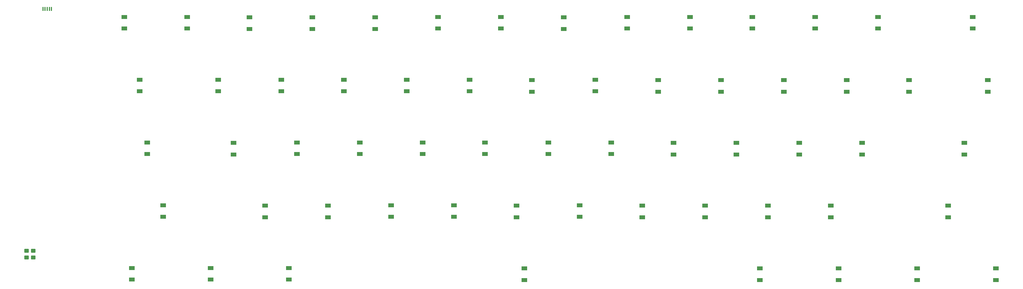
<source format=gbr>
%TF.GenerationSoftware,KiCad,Pcbnew,(6.0.7)*%
%TF.CreationDate,2022-09-03T19:18:48+08:00*%
%TF.ProjectId,Joker60_v2,4a6f6b65-7236-4305-9f76-322e6b696361,1.0*%
%TF.SameCoordinates,Original*%
%TF.FileFunction,Paste,Bot*%
%TF.FilePolarity,Positive*%
%FSLAX46Y46*%
G04 Gerber Fmt 4.6, Leading zero omitted, Abs format (unit mm)*
G04 Created by KiCad (PCBNEW (6.0.7)) date 2022-09-03 19:18:48*
%MOMM*%
%LPD*%
G01*
G04 APERTURE LIST*
G04 Aperture macros list*
%AMRoundRect*
0 Rectangle with rounded corners*
0 $1 Rounding radius*
0 $2 $3 $4 $5 $6 $7 $8 $9 X,Y pos of 4 corners*
0 Add a 4 corners polygon primitive as box body*
4,1,4,$2,$3,$4,$5,$6,$7,$8,$9,$2,$3,0*
0 Add four circle primitives for the rounded corners*
1,1,$1+$1,$2,$3*
1,1,$1+$1,$4,$5*
1,1,$1+$1,$6,$7*
1,1,$1+$1,$8,$9*
0 Add four rect primitives between the rounded corners*
20,1,$1+$1,$2,$3,$4,$5,0*
20,1,$1+$1,$4,$5,$6,$7,0*
20,1,$1+$1,$6,$7,$8,$9,0*
20,1,$1+$1,$8,$9,$2,$3,0*%
G04 Aperture macros list end*
%ADD10RoundRect,0.250000X0.450000X-0.350000X0.450000X0.350000X-0.450000X0.350000X-0.450000X-0.350000X0*%
%ADD11RoundRect,0.250000X-0.450000X0.350000X-0.450000X-0.350000X0.450000X-0.350000X0.450000X0.350000X0*%
%ADD12R,1.700000X1.300000*%
%ADD13R,0.450000X1.300000*%
G04 APERTURE END LIST*
D10*
%TO.C,R13*%
X54483000Y-222107000D03*
X54483000Y-220107000D03*
%TD*%
D11*
%TO.C,R11*%
X56515000Y-222107000D03*
X56515000Y-220107000D03*
%TD*%
D12*
%TO.C,D32*%
X241046000Y-206403000D03*
X241046000Y-209903000D03*
%TD*%
%TO.C,D14*%
X188722000Y-168176000D03*
X188722000Y-171676000D03*
%TD*%
%TO.C,D51*%
X345821000Y-168303000D03*
X345821000Y-171803000D03*
%TD*%
%TO.C,D61*%
X307721000Y-187353000D03*
X307721000Y-190853000D03*
%TD*%
%TO.C,D28*%
X164973000Y-206276000D03*
X164973000Y-209776000D03*
%TD*%
%TO.C,D56*%
X245872000Y-168303000D03*
X245872000Y-171803000D03*
%TD*%
%TO.C,D58*%
X298196000Y-206403000D03*
X298196000Y-209903000D03*
%TD*%
%TO.C,D21*%
X174498000Y-187226000D03*
X174498000Y-190726000D03*
%TD*%
%TO.C,D47*%
X300609000Y-225453000D03*
X300609000Y-228953000D03*
%TD*%
%TO.C,D52*%
X321945000Y-168303000D03*
X321945000Y-171803000D03*
%TD*%
%TO.C,D26*%
X126746000Y-206403000D03*
X126746000Y-209903000D03*
%TD*%
%TO.C,D8*%
X217297000Y-149253000D03*
X217297000Y-152753000D03*
%TD*%
%TO.C,D24*%
X231648000Y-187226000D03*
X231648000Y-190726000D03*
%TD*%
%TO.C,D5*%
X160147000Y-149253000D03*
X160147000Y-152753000D03*
%TD*%
%TO.C,D55*%
X264922000Y-168303000D03*
X264922000Y-171803000D03*
%TD*%
%TO.C,D12*%
X150622000Y-168176000D03*
X150622000Y-171676000D03*
%TD*%
%TO.C,D29*%
X184023000Y-206276000D03*
X184023000Y-209776000D03*
%TD*%
%TO.C,D20*%
X155448000Y-187226000D03*
X155448000Y-190726000D03*
%TD*%
%TO.C,D27*%
X145796000Y-206403000D03*
X145796000Y-209903000D03*
%TD*%
%TO.C,D16*%
X226822000Y-168176000D03*
X226822000Y-171676000D03*
%TD*%
%TO.C,D42*%
X110236000Y-225326000D03*
X110236000Y-228826000D03*
%TD*%
%TO.C,D39*%
X255524000Y-149126000D03*
X255524000Y-152626000D03*
%TD*%
%TO.C,D35*%
X341249000Y-149126000D03*
X341249000Y-152626000D03*
%TD*%
%TO.C,D30*%
X202946000Y-206403000D03*
X202946000Y-209903000D03*
%TD*%
%TO.C,D54*%
X283972000Y-168303000D03*
X283972000Y-171803000D03*
%TD*%
%TO.C,D63*%
X269621000Y-187353000D03*
X269621000Y-190853000D03*
%TD*%
%TO.C,D25*%
X95885000Y-206276000D03*
X95885000Y-209776000D03*
%TD*%
%TO.C,D62*%
X288671000Y-187353000D03*
X288671000Y-190853000D03*
%TD*%
%TO.C,D15*%
X207645000Y-168303000D03*
X207645000Y-171803000D03*
%TD*%
%TO.C,D59*%
X338709000Y-187353000D03*
X338709000Y-190853000D03*
%TD*%
%TO.C,D13*%
X169672000Y-168176000D03*
X169672000Y-171676000D03*
%TD*%
%TO.C,D23*%
X212598000Y-187226000D03*
X212598000Y-190726000D03*
%TD*%
%TO.C,D2*%
X103124000Y-149126000D03*
X103124000Y-152626000D03*
%TD*%
%TO.C,D31*%
X222123000Y-206276000D03*
X222123000Y-209776000D03*
%TD*%
D13*
%TO.C,J1*%
X59406000Y-146673000D03*
X60056000Y-146673000D03*
X60706000Y-146673000D03*
X61356000Y-146673000D03*
X62006000Y-146673000D03*
%TD*%
D12*
%TO.C,D48*%
X276733000Y-225453000D03*
X276733000Y-228953000D03*
%TD*%
%TO.C,D10*%
X112522000Y-168176000D03*
X112522000Y-171676000D03*
%TD*%
%TO.C,D3*%
X122047000Y-149253000D03*
X122047000Y-152753000D03*
%TD*%
%TO.C,D6*%
X179197000Y-149126000D03*
X179197000Y-152626000D03*
%TD*%
%TO.C,D45*%
X348234000Y-225453000D03*
X348234000Y-228953000D03*
%TD*%
%TO.C,D1*%
X84074000Y-149126000D03*
X84074000Y-152626000D03*
%TD*%
%TO.C,D17*%
X91059000Y-187226000D03*
X91059000Y-190726000D03*
%TD*%
%TO.C,D41*%
X86360000Y-225326000D03*
X86360000Y-228826000D03*
%TD*%
%TO.C,D18*%
X117221000Y-187353000D03*
X117221000Y-190853000D03*
%TD*%
%TO.C,D64*%
X250571000Y-187353000D03*
X250571000Y-190853000D03*
%TD*%
%TO.C,D53*%
X303022000Y-168303000D03*
X303022000Y-171803000D03*
%TD*%
%TO.C,D7*%
X198247000Y-149126000D03*
X198247000Y-152626000D03*
%TD*%
%TO.C,D43*%
X133985000Y-225326000D03*
X133985000Y-228826000D03*
%TD*%
%TO.C,D37*%
X293497000Y-149126000D03*
X293497000Y-152626000D03*
%TD*%
%TO.C,D11*%
X131699000Y-168176000D03*
X131699000Y-171676000D03*
%TD*%
%TO.C,D34*%
X279146000Y-206403000D03*
X279146000Y-209903000D03*
%TD*%
%TO.C,D19*%
X136398000Y-187226000D03*
X136398000Y-190726000D03*
%TD*%
%TO.C,D4*%
X141097000Y-149253000D03*
X141097000Y-152753000D03*
%TD*%
%TO.C,D46*%
X324358000Y-225453000D03*
X324358000Y-228953000D03*
%TD*%
%TO.C,D22*%
X193421000Y-187226000D03*
X193421000Y-190726000D03*
%TD*%
%TO.C,D36*%
X312547000Y-149126000D03*
X312547000Y-152626000D03*
%TD*%
%TO.C,D38*%
X274447000Y-149126000D03*
X274447000Y-152626000D03*
%TD*%
%TO.C,D40*%
X236474000Y-149126000D03*
X236474000Y-152626000D03*
%TD*%
%TO.C,D50*%
X260096000Y-206403000D03*
X260096000Y-209903000D03*
%TD*%
%TO.C,D44*%
X205359000Y-225453000D03*
X205359000Y-228953000D03*
%TD*%
%TO.C,D60*%
X333756000Y-206403000D03*
X333756000Y-209903000D03*
%TD*%
%TO.C,D9*%
X88773000Y-168176000D03*
X88773000Y-171676000D03*
%TD*%
M02*

</source>
